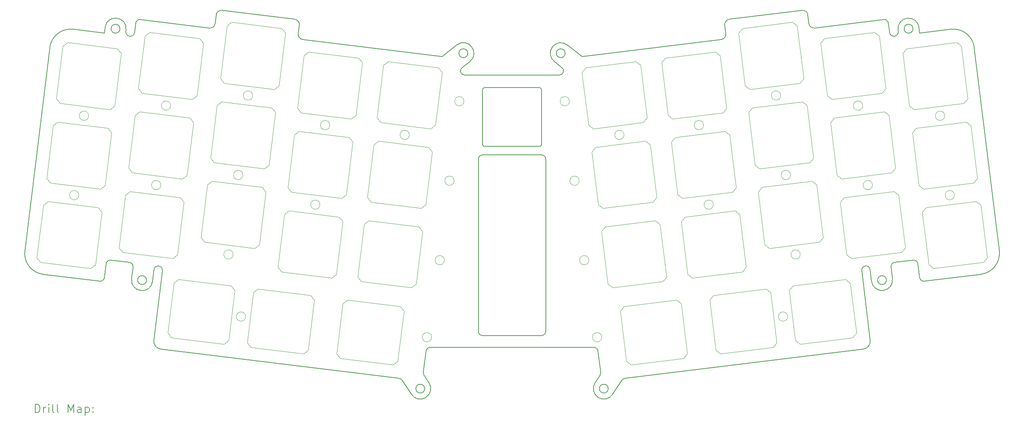
<source format=gbr>
%TF.GenerationSoftware,KiCad,Pcbnew,7.0.10-7.0.10~ubuntu23.04.1*%
%TF.CreationDate,Date%
%TF.ProjectId,plate_3_thumbs,706c6174-655f-4335-9f74-68756d62732e,v0.1*%
%TF.SameCoordinates,PX8bd8a70PY50733a9*%
%TF.FileFunction,Drillmap*%
%TF.FilePolarity,Positive*%
%FSLAX45Y45*%
G04 Gerber Fmt 4.5, Leading zero omitted, Abs format (unit mm)*
G04 Created by KiCad*
%MOMM*%
%LPD*%
G01*
G04 APERTURE LIST*
%ADD10C,0.200000*%
%ADD11C,0.050000*%
G04 APERTURE END LIST*
D10*
X7768292Y-5899563D02*
X9505248Y-6112834D01*
X13000263Y-6996607D02*
X13352501Y-6720889D01*
X24349350Y-12254164D02*
G75*
G03*
X24460788Y-12341232I99260J12194D01*
G01*
X17344395Y-14654494D02*
X23002554Y-13959760D01*
X15313947Y-9135806D02*
X14013947Y-9135806D01*
X5019723Y-11927357D02*
X4979547Y-12254570D01*
X3086355Y-11619111D02*
G75*
G03*
X3521694Y-12176319I496255J-60949D01*
G01*
X13660987Y-7114385D02*
G75*
G03*
X13352501Y-6720889I-154247J196745D01*
G01*
X16636342Y-14759971D02*
G75*
G03*
X17055221Y-15032984I209438J-136509D01*
G01*
X13611743Y-6917636D02*
G75*
G03*
X13401743Y-6917636I-105000J0D01*
G01*
X13401743Y-6917636D02*
G75*
G03*
X13611743Y-6917636I105000J0D01*
G01*
X5131165Y-11840286D02*
G75*
G03*
X5019723Y-11927357I-12195J-99244D01*
G01*
X6155813Y-12066852D02*
X6121562Y-12345799D01*
X12273674Y-15033392D02*
X12056088Y-14699552D01*
X5574672Y-6512416D02*
X5582675Y-6513399D01*
X25807199Y-12175911D02*
G75*
G03*
X26242538Y-11618705I-60919J496261D01*
G01*
X9609729Y-6246564D02*
X9583984Y-6456240D01*
X23002554Y-13959759D02*
G75*
G03*
X23176689Y-13736877I-24374J198509D01*
G01*
X12720579Y-13914990D02*
X16608264Y-13914636D01*
X24349347Y-12254164D02*
X24309170Y-11926951D01*
X5487603Y-6400975D02*
G75*
G03*
X5574672Y-6512416I99257J-12185D01*
G01*
X6152205Y-13737283D02*
X6354315Y-12091221D01*
X5659546Y-12005918D02*
G75*
G03*
X5572472Y-11894475I-99266J12178D01*
G01*
X5625289Y-12284864D02*
X5659540Y-12005917D01*
X21720071Y-6213315D02*
G75*
G03*
X21853807Y-6317795I119129J14655D01*
G01*
X6326340Y-13960166D02*
X11984498Y-14654900D01*
X24335684Y-6303549D02*
G75*
G03*
X23836896Y-6364792I-249394J-30621D01*
G01*
X23207331Y-12345393D02*
X23173081Y-12066446D01*
X7475087Y-6318200D02*
G75*
G03*
X7608817Y-6213720I14613J119120D01*
G01*
X19640428Y-6589563D02*
G75*
G03*
X19744910Y-6455834I-14608J119093D01*
G01*
X23207335Y-12345393D02*
G75*
G03*
X23703604Y-12284458I248135J30463D01*
G01*
X14013947Y-7735806D02*
X15313947Y-7735806D01*
X9583985Y-6456240D02*
G75*
G03*
X9688465Y-6589969I119085J-14640D01*
G01*
X13477932Y-7257363D02*
G75*
G03*
X13539500Y-7436170I61558J-78807D01*
G01*
X9609728Y-6246564D02*
G75*
G03*
X9505248Y-6112834I-119118J14614D01*
G01*
X25648849Y-6783501D02*
X26242538Y-11618705D01*
X15927151Y-6917230D02*
G75*
G03*
X15717151Y-6917230I-105000J0D01*
G01*
X15717151Y-6917230D02*
G75*
G03*
X15927151Y-6917230I105000J0D01*
G01*
X15464069Y-9434813D02*
X15464069Y-13534813D01*
X13539500Y-7436170D02*
X15789529Y-7435847D01*
X24352305Y-6438942D02*
X25091641Y-6348163D01*
X15364069Y-13634813D02*
X13964069Y-13634813D01*
X13660985Y-7114383D02*
X13477930Y-7257360D01*
X5491997Y-6365198D02*
G75*
G03*
X4993213Y-6303955I-249392J30621D01*
G01*
X21853807Y-6317795D02*
X23495992Y-6116160D01*
X5625289Y-12284864D02*
G75*
G03*
X6121562Y-12345799I248137J-30467D01*
G01*
X16170920Y-6872985D02*
X16328630Y-6996201D01*
X4237252Y-6348569D02*
X4976589Y-6439348D01*
X5832901Y-6116571D02*
G75*
G03*
X5721460Y-6203634I-12191J-99249D01*
G01*
X12720579Y-13914988D02*
G75*
G03*
X12621475Y-14001701I11J-100002D01*
G01*
X23756422Y-11894072D02*
G75*
G03*
X23669354Y-12005511I12178J-99248D01*
G01*
X15976392Y-6720482D02*
X16170920Y-6872985D01*
X4237252Y-6348570D02*
G75*
G03*
X3680044Y-6783907I-60922J-496290D01*
G01*
X13864077Y-13534813D02*
G75*
G03*
X13964069Y-13634813I100023J23D01*
G01*
X19744910Y-6455834D02*
X19719165Y-6246158D01*
X23669354Y-12005511D02*
X23703604Y-12284458D01*
X23560468Y-12314926D02*
G75*
G03*
X23350468Y-12314926I-105000J0D01*
G01*
X23350468Y-12314926D02*
G75*
G03*
X23560468Y-12314926I105000J0D01*
G01*
X5832902Y-6116566D02*
X7475087Y-6318201D01*
X15363954Y-7785806D02*
G75*
G03*
X15313947Y-7735806I-50004J-4D01*
G01*
X25807199Y-12175913D02*
X24460788Y-12341232D01*
X23607431Y-6203228D02*
G75*
G03*
X23495992Y-6116160I-99251J-12182D01*
G01*
X17272806Y-14699146D02*
X17055220Y-15032986D01*
X15363947Y-7785806D02*
X15363947Y-9085806D01*
X4868105Y-12341637D02*
G75*
G03*
X4979547Y-12254570I12185J99257D01*
G01*
X5582675Y-6513397D02*
G75*
G03*
X5694116Y-6426331I12185J99257D01*
G01*
X16707385Y-14001340D02*
X16774719Y-14503251D01*
X23634779Y-6425925D02*
G75*
G03*
X23746219Y-6512993I99261J12195D01*
G01*
X13964069Y-9334813D02*
X15364069Y-9334813D01*
X16707385Y-14001340D02*
G75*
G03*
X16608264Y-13914636I-99115J-13300D01*
G01*
X19823646Y-6112429D02*
X21560602Y-5899157D01*
X12588114Y-14896882D02*
G75*
G03*
X12378114Y-14896882I-105000J0D01*
G01*
X12378114Y-14896882D02*
G75*
G03*
X12588114Y-14896882I105000J0D01*
G01*
X24191288Y-6334171D02*
G75*
G03*
X23981288Y-6334171I-105000J0D01*
G01*
X23981288Y-6334171D02*
G75*
G03*
X24191288Y-6334171I105000J0D01*
G01*
X23836896Y-6364792D02*
X23841289Y-6400569D01*
X23607433Y-6203228D02*
X23634777Y-6425925D01*
X13964069Y-9334809D02*
G75*
G03*
X13864069Y-9434813I1J-100001D01*
G01*
X25648854Y-6783501D02*
G75*
G03*
X25091641Y-6348163I-496284J-60949D01*
G01*
X12273673Y-15033389D02*
G75*
G03*
X12692555Y-14760375I209444J136503D01*
G01*
X9688465Y-6589970D02*
X13000263Y-6996607D01*
X16328630Y-6996201D02*
X19640428Y-6589564D01*
X15313947Y-9135807D02*
G75*
G03*
X15363947Y-9085806I3J49997D01*
G01*
X24309168Y-11926952D02*
G75*
G03*
X24197729Y-11839884I-99248J-12178D01*
G01*
X15464067Y-9434813D02*
G75*
G03*
X15364069Y-9334813I-99997J3D01*
G01*
X16636338Y-14759969D02*
X16759388Y-14571135D01*
X15976392Y-6720483D02*
G75*
G03*
X15667909Y-7113977I-154242J-196747D01*
G01*
X13963947Y-9085806D02*
X13963947Y-7785806D01*
X15789529Y-7435849D02*
G75*
G03*
X15851070Y-7257038I-9J99999D01*
G01*
X16950780Y-14896476D02*
G75*
G03*
X16740779Y-14896476I-105000J0D01*
G01*
X16740779Y-14896476D02*
G75*
G03*
X16950780Y-14896476I105000J0D01*
G01*
X4868105Y-12341638D02*
X3521694Y-12176319D01*
X23756422Y-11894069D02*
X24197729Y-11839884D01*
X5131165Y-11840290D02*
X5572472Y-11894475D01*
X12554177Y-14503658D02*
G75*
G03*
X12569505Y-14571541I99113J-13292D01*
G01*
X12569505Y-14571541D02*
X12692555Y-14760375D01*
X5487605Y-6400975D02*
X5491997Y-6365198D01*
X17344396Y-14654496D02*
G75*
G03*
X17272806Y-14699146I12184J-99254D01*
G01*
X21694332Y-6003638D02*
X21720076Y-6213314D01*
X23173082Y-12066442D02*
G75*
G03*
X22974578Y-12090815I-99252J-12188D01*
G01*
X24352260Y-6438580D02*
X24335681Y-6303549D01*
X16759388Y-14571135D02*
G75*
G03*
X16774719Y-14503251I-83778J54595D01*
G01*
X6152205Y-13737283D02*
G75*
G03*
X6326340Y-13960166I198505J-24377D01*
G01*
X13864069Y-13534813D02*
X13864069Y-9434813D01*
X19823646Y-6112427D02*
G75*
G03*
X19719165Y-6246158I14634J-119113D01*
G01*
X23746219Y-6512993D02*
X23754221Y-6512010D01*
X7608817Y-6213720D02*
X7634562Y-6004044D01*
X5978426Y-12315332D02*
G75*
G03*
X5768426Y-12315332I-105000J0D01*
G01*
X5768426Y-12315332D02*
G75*
G03*
X5978426Y-12315332I105000J0D01*
G01*
X12554174Y-14503657D02*
X12621475Y-14001701D01*
X5694116Y-6426331D02*
X5721460Y-6203634D01*
X12056089Y-14699551D02*
G75*
G03*
X11984498Y-14654900I-83779J-54609D01*
G01*
X15851070Y-7257038D02*
X15667909Y-7113977D01*
X13963954Y-9085806D02*
G75*
G03*
X14013947Y-9135806I49996J-4D01*
G01*
X5347605Y-6334577D02*
G75*
G03*
X5137605Y-6334577I-105000J0D01*
G01*
X5137605Y-6334577D02*
G75*
G03*
X5347605Y-6334577I105000J0D01*
G01*
X15364069Y-13634819D02*
G75*
G03*
X15464069Y-13534813I-9J100009D01*
G01*
X14013947Y-7735807D02*
G75*
G03*
X13963947Y-7785806I3J-50003D01*
G01*
X3086356Y-11619111D02*
X3680044Y-6783907D01*
X4993213Y-6303955D02*
X4976633Y-6438986D01*
X21694340Y-6003637D02*
G75*
G03*
X21560602Y-5899157I-119120J-14643D01*
G01*
X23754221Y-6512008D02*
G75*
G03*
X23841289Y-6400569I-12191J99258D01*
G01*
X22974578Y-12090815D02*
X23176689Y-13736877D01*
X6354308Y-12091220D02*
G75*
G03*
X6155813Y-12066848I-99248J12180D01*
G01*
X7768292Y-5899557D02*
G75*
G03*
X7634562Y-6004044I-14603J-119133D01*
G01*
D11*
X19960333Y-10667365D02*
X18769278Y-10813608D01*
X19960333Y-10667365D02*
X20071774Y-10754433D01*
X18682210Y-10925050D02*
X18769278Y-10813608D01*
X18682210Y-10925050D02*
X18835765Y-12175658D01*
X20225330Y-12005041D02*
X20071774Y-10754433D01*
X18835765Y-12175658D02*
X18947207Y-12262726D01*
X20138262Y-12116482D02*
X20225330Y-12005041D01*
X18947207Y-12262726D02*
X20138262Y-12116482D01*
X16796080Y-13675067D02*
G75*
G03*
X16576080Y-13675067I-110000J0D01*
G01*
X16576080Y-13675067D02*
G75*
G03*
X16796080Y-13675067I110000J0D01*
G01*
X21793093Y-9962504D02*
X20602038Y-10108747D01*
X21793093Y-9962504D02*
X21904535Y-10049572D01*
X20514970Y-10220189D02*
X20602038Y-10108747D01*
X20514970Y-10220189D02*
X20668525Y-11470797D01*
X22058090Y-11300180D02*
X21904535Y-10049572D01*
X20668525Y-11470797D02*
X20779967Y-11557864D01*
X21971022Y-11411621D02*
X22058090Y-11300180D01*
X20779967Y-11557864D02*
X21971022Y-11411621D01*
X11544755Y-8567043D02*
X12735810Y-8713286D01*
X11544755Y-8567043D02*
X11457687Y-8455601D01*
X12847252Y-8626218D02*
X12735810Y-8713286D01*
X12847252Y-8626218D02*
X13000807Y-7375610D01*
X11611243Y-7204993D02*
X11457687Y-8455601D01*
X13000807Y-7375610D02*
X12913739Y-7264169D01*
X11722684Y-7117925D02*
X11611243Y-7204993D01*
X12913739Y-7264169D02*
X11722684Y-7117925D01*
X11312594Y-10457843D02*
X12503649Y-10604086D01*
X11312594Y-10457843D02*
X11225526Y-10346402D01*
X12615091Y-10517019D02*
X12503649Y-10604086D01*
X12615091Y-10517019D02*
X12768646Y-9266411D01*
X11379081Y-9095794D02*
X11225526Y-10346402D01*
X12768646Y-9266411D02*
X12681578Y-9154969D01*
X11490523Y-9008726D02*
X11379081Y-9095794D01*
X12681578Y-9154969D02*
X11490523Y-9008726D01*
X8517826Y-12613313D02*
X8371583Y-13804369D01*
X8517826Y-12613313D02*
X8629268Y-12526246D01*
X8458651Y-13915810D02*
X8371583Y-13804369D01*
X8458651Y-13915810D02*
X9709259Y-14069366D01*
X9879876Y-12679801D02*
X8629268Y-12526246D01*
X9709259Y-14069366D02*
X9820701Y-13982298D01*
X9966944Y-12791242D02*
X9879876Y-12679801D01*
X9820701Y-13982298D02*
X9966944Y-12791242D01*
X23741934Y-10203043D02*
X22550878Y-10349286D01*
X23741934Y-10203043D02*
X23853375Y-10290111D01*
X22463811Y-10460728D02*
X22550878Y-10349286D01*
X22463811Y-10460728D02*
X22617366Y-11711336D01*
X24006931Y-11540719D02*
X23853375Y-10290111D01*
X22617366Y-11711336D02*
X22728808Y-11798403D01*
X23919863Y-11652160D02*
X24006931Y-11540719D01*
X22728808Y-11798403D02*
X23919863Y-11652160D01*
X16026897Y-8060706D02*
G75*
G03*
X15806897Y-8060706I-110000J0D01*
G01*
X15806897Y-8060706D02*
G75*
G03*
X16026897Y-8060706I110000J0D01*
G01*
X23509773Y-8312242D02*
X22318717Y-8458486D01*
X23509773Y-8312242D02*
X23621214Y-8399310D01*
X22231650Y-8569927D02*
X22318717Y-8458486D01*
X22231650Y-8569927D02*
X22385205Y-9820535D01*
X23774770Y-9649918D02*
X23621214Y-8399310D01*
X22385205Y-9820535D02*
X22496646Y-9907603D01*
X23687702Y-9761360D02*
X23774770Y-9649918D01*
X22496646Y-9907603D02*
X23687702Y-9761360D01*
X12751814Y-13675067D02*
G75*
G03*
X12531814Y-13675067I-110000J0D01*
G01*
X12531814Y-13675067D02*
G75*
G03*
X12751814Y-13675067I110000J0D01*
G01*
X6627026Y-12381152D02*
X6480783Y-13572208D01*
X6627026Y-12381152D02*
X6738467Y-12294085D01*
X6567850Y-13683649D02*
X6480783Y-13572208D01*
X6567850Y-13683649D02*
X7818458Y-13837205D01*
X7989075Y-12447640D02*
X6738467Y-12294085D01*
X7818458Y-13837205D02*
X7929900Y-13750137D01*
X8076143Y-12559082D02*
X7989075Y-12447640D01*
X7929900Y-13750137D02*
X8076143Y-12559082D01*
X8267445Y-9814784D02*
G75*
G03*
X8047445Y-9814784I-110000J0D01*
G01*
X8047445Y-9814784D02*
G75*
G03*
X8267445Y-9814784I110000J0D01*
G01*
X23228673Y-10055405D02*
G75*
G03*
X23008673Y-10055405I-110000J0D01*
G01*
X23008673Y-10055405D02*
G75*
G03*
X23228673Y-10055405I110000J0D01*
G01*
X13056675Y-11842307D02*
G75*
G03*
X12836675Y-11842307I-110000J0D01*
G01*
X12836675Y-11842307D02*
G75*
G03*
X13056675Y-11842307I110000J0D01*
G01*
X5408032Y-11652160D02*
X6599087Y-11798403D01*
X5408032Y-11652160D02*
X5320964Y-11540719D01*
X6710528Y-11711336D02*
X6599087Y-11798403D01*
X6710528Y-11711336D02*
X6864084Y-10460728D01*
X5474519Y-10290111D02*
X5320964Y-11540719D01*
X6864084Y-10460728D02*
X6777016Y-10349286D01*
X5585961Y-10203043D02*
X5474519Y-10290111D01*
X6777016Y-10349286D02*
X5585961Y-10203043D01*
X18069533Y-10899526D02*
X16878477Y-11045769D01*
X18069533Y-10899526D02*
X18180974Y-10986594D01*
X16791409Y-11157211D02*
X16878477Y-11045769D01*
X16791409Y-11157211D02*
X16944965Y-12407819D01*
X18334529Y-12237202D02*
X18180974Y-10986594D01*
X16944965Y-12407819D02*
X17056406Y-12494887D01*
X18247462Y-12348644D02*
X18334529Y-12237202D01*
X17056406Y-12494887D02*
X18247462Y-12348644D01*
X9653955Y-8334882D02*
X10845010Y-8481125D01*
X9653955Y-8334882D02*
X9566887Y-8223440D01*
X10956451Y-8394057D02*
X10845010Y-8481125D01*
X10956451Y-8394057D02*
X11110007Y-7143449D01*
X9720442Y-6972832D02*
X9566887Y-8223440D01*
X11110007Y-7143449D02*
X11022939Y-7032007D01*
X9831884Y-6885764D02*
X9720442Y-6972832D01*
X11022939Y-7032007D02*
X9831884Y-6885764D01*
X4370380Y-10295944D02*
G75*
G03*
X4150380Y-10295944I-110000J0D01*
G01*
X4150380Y-10295944D02*
G75*
G03*
X4370380Y-10295944I110000J0D01*
G01*
X24945352Y-8405144D02*
G75*
G03*
X24725352Y-8405144I-110000J0D01*
G01*
X24725352Y-8405144D02*
G75*
G03*
X24945352Y-8405144I110000J0D01*
G01*
X11080433Y-12348644D02*
X12271488Y-12494887D01*
X11080433Y-12348644D02*
X10993365Y-12237202D01*
X12382930Y-12407819D02*
X12271488Y-12494887D01*
X12382930Y-12407819D02*
X12536485Y-11157211D01*
X11146920Y-10986594D02*
X10993365Y-12237202D01*
X12536485Y-11157211D02*
X12449417Y-11045769D01*
X11258362Y-10899526D02*
X11146920Y-10986594D01*
X12449417Y-11045769D02*
X11258362Y-10899526D01*
X21047672Y-7924065D02*
G75*
G03*
X20827672Y-7924065I-110000J0D01*
G01*
X20827672Y-7924065D02*
G75*
G03*
X21047672Y-7924065I110000J0D01*
G01*
X10644977Y-12874494D02*
X10498734Y-14065550D01*
X10644977Y-12874494D02*
X10756418Y-12787427D01*
X10585801Y-14176991D02*
X10498734Y-14065550D01*
X10585801Y-14176991D02*
X11836409Y-14330547D01*
X12007026Y-12940982D02*
X10756418Y-12787427D01*
X11836409Y-14330547D02*
X11947851Y-14243479D01*
X12094094Y-13052424D02*
X12007026Y-12940982D01*
X11947851Y-14243479D02*
X12094094Y-13052424D01*
X3691352Y-10001899D02*
X4882407Y-10148142D01*
X3691352Y-10001899D02*
X3604284Y-9890457D01*
X4993849Y-10061074D02*
X4882407Y-10148142D01*
X4993849Y-10061074D02*
X5147404Y-8810466D01*
X3757840Y-8639849D02*
X3604284Y-9890457D01*
X5147404Y-8810466D02*
X5060337Y-8699025D01*
X3869281Y-8552782D02*
X3757840Y-8639849D01*
X5060337Y-8699025D02*
X3869281Y-8552782D01*
X16491219Y-11842307D02*
G75*
G03*
X16271219Y-11842307I-110000J0D01*
G01*
X16271219Y-11842307D02*
G75*
G03*
X16491219Y-11842307I110000J0D01*
G01*
X23277612Y-6421442D02*
X22086556Y-6567685D01*
X23277612Y-6421442D02*
X23389053Y-6508510D01*
X21999489Y-6679127D02*
X22086556Y-6567685D01*
X21999489Y-6679127D02*
X22153044Y-7929735D01*
X23542608Y-7759118D02*
X23389053Y-6508510D01*
X22153044Y-7929735D02*
X22264485Y-8016803D01*
X23455541Y-7870559D02*
X23542608Y-7759118D01*
X22264485Y-8016803D02*
X23455541Y-7870559D01*
X21251751Y-12559081D02*
X21397994Y-13750137D01*
X21251751Y-12559081D02*
X21338819Y-12447640D01*
X21509436Y-13837204D02*
X21397994Y-13750137D01*
X21509436Y-13837204D02*
X22760044Y-13683649D01*
X22589427Y-12294084D02*
X21338819Y-12447640D01*
X22760044Y-13683649D02*
X22847112Y-13572207D01*
X22700869Y-12381152D02*
X22589427Y-12294084D01*
X22847112Y-13572207D02*
X22700869Y-12381152D01*
X25226452Y-6661981D02*
X24035397Y-6808224D01*
X25226452Y-6661981D02*
X25337894Y-6749049D01*
X23948329Y-6919666D02*
X24035397Y-6808224D01*
X23948329Y-6919666D02*
X24101885Y-8170274D01*
X25491449Y-7999657D02*
X25337894Y-6749049D01*
X24101885Y-8170274D02*
X24213326Y-8257342D01*
X25404381Y-8111098D02*
X25491449Y-7999657D01*
X24213326Y-8257342D02*
X25404381Y-8111098D01*
X5640193Y-9761360D02*
X6831248Y-9907603D01*
X5640193Y-9761360D02*
X5553125Y-9649918D01*
X6942689Y-9820535D02*
X6831248Y-9907603D01*
X6942689Y-9820535D02*
X7096245Y-8569927D01*
X5706680Y-8399310D02*
X5553125Y-9649918D01*
X7096245Y-8569927D02*
X7009177Y-8458486D01*
X5818122Y-8312242D02*
X5706680Y-8399310D01*
X7009177Y-8458486D02*
X5818122Y-8312242D01*
X3923513Y-8111098D02*
X5114568Y-8257342D01*
X3923513Y-8111098D02*
X3836445Y-7999657D01*
X5226010Y-8170274D02*
X5114568Y-8257342D01*
X5226010Y-8170274D02*
X5379565Y-6919666D01*
X3990001Y-6749049D02*
X3836445Y-7999657D01*
X5379565Y-6919666D02*
X5292498Y-6808224D01*
X4101442Y-6661981D02*
X3990001Y-6749049D01*
X5292498Y-6808224D02*
X4101442Y-6661981D01*
X19360951Y-12791242D02*
X19507194Y-13982298D01*
X19360951Y-12791242D02*
X19448019Y-12679801D01*
X19618636Y-14069366D02*
X19507194Y-13982298D01*
X19618636Y-14069366D02*
X20869244Y-13915810D01*
X20698627Y-12526246D02*
X19448019Y-12679801D01*
X20869244Y-13915810D02*
X20956311Y-13804369D01*
X20810068Y-12613313D02*
X20698627Y-12526246D01*
X20956311Y-13804369D02*
X20810068Y-12613313D01*
X19214911Y-8628927D02*
G75*
G03*
X18994911Y-8628927I-110000J0D01*
G01*
X18994911Y-8628927D02*
G75*
G03*
X19214911Y-8628927I110000J0D01*
G01*
X6551382Y-8164604D02*
G75*
G03*
X6331382Y-8164604I-110000J0D01*
G01*
X6331382Y-8164604D02*
G75*
G03*
X6551382Y-8164604I110000J0D01*
G01*
X17233800Y-13052424D02*
X17380044Y-14243479D01*
X17233800Y-13052424D02*
X17320868Y-12940982D01*
X17491485Y-14330547D02*
X17380044Y-14243479D01*
X17491485Y-14330547D02*
X18742093Y-14176991D01*
X18571476Y-12787427D02*
X17320868Y-12940982D01*
X18742093Y-14176991D02*
X18829161Y-14065550D01*
X18682918Y-12874494D02*
X18571476Y-12787427D01*
X18829161Y-14065550D02*
X18682918Y-12874494D01*
X5872354Y-7870559D02*
X7063409Y-8016803D01*
X5872354Y-7870559D02*
X5785286Y-7759118D01*
X7174851Y-7929735D02*
X7063409Y-8016803D01*
X7174851Y-7929735D02*
X7328406Y-6679127D01*
X5938841Y-6508510D02*
X5785286Y-7759118D01*
X7328406Y-6679127D02*
X7241338Y-6567685D01*
X6050283Y-6421442D02*
X5938841Y-6508510D01*
X7241338Y-6567685D02*
X6050283Y-6421442D01*
X7589033Y-9520821D02*
X8780089Y-9667064D01*
X7589033Y-9520821D02*
X7501966Y-9409379D01*
X8891530Y-9579996D02*
X8780089Y-9667064D01*
X8891530Y-9579996D02*
X9045086Y-8329388D01*
X7655521Y-8158771D02*
X7501966Y-9409379D01*
X9045086Y-8329388D02*
X8958018Y-8217947D01*
X7766962Y-8071703D02*
X7655521Y-8158771D01*
X8958018Y-8217947D02*
X7766962Y-8071703D01*
X10100205Y-10519646D02*
G75*
G03*
X9880205Y-10519646I-110000J0D01*
G01*
X9880205Y-10519646D02*
G75*
G03*
X10100205Y-10519646I110000J0D01*
G01*
X25177514Y-10295944D02*
G75*
G03*
X24957514Y-10295944I-110000J0D01*
G01*
X24957514Y-10295944D02*
G75*
G03*
X25177514Y-10295944I110000J0D01*
G01*
X25690911Y-10443261D02*
X24499856Y-10589504D01*
X25690911Y-10443261D02*
X25802353Y-10530328D01*
X24412788Y-10700945D02*
X24499856Y-10589504D01*
X24412788Y-10700945D02*
X24566344Y-11951553D01*
X25955908Y-11780936D02*
X25802353Y-10530328D01*
X24566344Y-11951553D02*
X24677785Y-12038621D01*
X25868840Y-11892378D02*
X25955908Y-11780936D01*
X24677785Y-12038621D02*
X25868840Y-11892378D01*
X16259058Y-9951507D02*
G75*
G03*
X16039058Y-9951507I-110000J0D01*
G01*
X16039058Y-9951507D02*
G75*
G03*
X16259058Y-9951507I110000J0D01*
G01*
X8500223Y-7924065D02*
G75*
G03*
X8280223Y-7924065I-110000J0D01*
G01*
X8280223Y-7924065D02*
G75*
G03*
X8500223Y-7924065I110000J0D01*
G01*
X13520998Y-8060706D02*
G75*
G03*
X13300998Y-8060706I-110000J0D01*
G01*
X13300998Y-8060706D02*
G75*
G03*
X13520998Y-8060706I110000J0D01*
G01*
X8035284Y-11705585D02*
G75*
G03*
X7815284Y-11705585I-110000J0D01*
G01*
X7815284Y-11705585D02*
G75*
G03*
X8035284Y-11705585I110000J0D01*
G01*
X8333863Y-13181725D02*
G75*
G03*
X8113863Y-13181725I-110000J0D01*
G01*
X8113863Y-13181725D02*
G75*
G03*
X8333863Y-13181725I110000J0D01*
G01*
X17324727Y-8861006D02*
G75*
G03*
X17104727Y-8861006I-110000J0D01*
G01*
X17104727Y-8861006D02*
G75*
G03*
X17324727Y-8861006I110000J0D01*
G01*
X10332983Y-8628927D02*
G75*
G03*
X10112983Y-8628927I-110000J0D01*
G01*
X10112983Y-8628927D02*
G75*
G03*
X10332983Y-8628927I110000J0D01*
G01*
X3459808Y-11892781D02*
X4650863Y-12039024D01*
X3459808Y-11892781D02*
X3372740Y-11781340D01*
X4762305Y-11951957D02*
X4650863Y-12039024D01*
X4762305Y-11951957D02*
X4915860Y-10701349D01*
X3526295Y-10530732D02*
X3372740Y-11781340D01*
X4915860Y-10701349D02*
X4828792Y-10589907D01*
X3637737Y-10443664D02*
X3526295Y-10530732D01*
X4828792Y-10589907D02*
X3637737Y-10443664D01*
X21512610Y-11705584D02*
G75*
G03*
X21292610Y-11705584I-110000J0D01*
G01*
X21292610Y-11705584D02*
G75*
G03*
X21512610Y-11705584I110000J0D01*
G01*
X22996512Y-8164604D02*
G75*
G03*
X22776512Y-8164604I-110000J0D01*
G01*
X22776512Y-8164604D02*
G75*
G03*
X22996512Y-8164604I110000J0D01*
G01*
X9189632Y-12116482D02*
X10380688Y-12262726D01*
X9189632Y-12116482D02*
X9102565Y-12005041D01*
X10492129Y-12175658D02*
X10380688Y-12262726D01*
X10492129Y-12175658D02*
X10645685Y-10925050D01*
X9256120Y-10754433D02*
X9102565Y-12005041D01*
X10645685Y-10925050D02*
X10558617Y-10813608D01*
X9367562Y-10667365D02*
X9256120Y-10754433D01*
X10558617Y-10813608D02*
X9367562Y-10667365D01*
X21214031Y-13181725D02*
G75*
G03*
X20994031Y-13181725I-110000J0D01*
G01*
X20994031Y-13181725D02*
G75*
G03*
X21214031Y-13181725I110000J0D01*
G01*
X13288837Y-9951507D02*
G75*
G03*
X13068837Y-9951507I-110000J0D01*
G01*
X13068837Y-9951507D02*
G75*
G03*
X13288837Y-9951507I110000J0D01*
G01*
X7356872Y-11411621D02*
X8547928Y-11557864D01*
X7356872Y-11411621D02*
X7269804Y-11300180D01*
X8659369Y-11470797D02*
X8547928Y-11557864D01*
X8659369Y-11470797D02*
X8812925Y-10220189D01*
X7423360Y-10049572D02*
X7269804Y-11300180D01*
X8812925Y-10220189D02*
X8725857Y-10108747D01*
X7534801Y-9962504D02*
X7423360Y-10049572D01*
X8725857Y-10108747D02*
X7534801Y-9962504D01*
X25458613Y-8552782D02*
X24267558Y-8699025D01*
X25458613Y-8552782D02*
X25570055Y-8639849D01*
X24180490Y-8810466D02*
X24267558Y-8699025D01*
X24180490Y-8810466D02*
X24334046Y-10061074D01*
X25723610Y-9890457D02*
X25570055Y-8639849D01*
X24334046Y-10061074D02*
X24445487Y-10148142D01*
X25636543Y-10001899D02*
X25723610Y-9890457D01*
X24445487Y-10148142D02*
X25636543Y-10001899D01*
X17605210Y-7117925D02*
X16414155Y-7264169D01*
X17605210Y-7117925D02*
X17716652Y-7204993D01*
X16327087Y-7375610D02*
X16414155Y-7264169D01*
X16327087Y-7375610D02*
X16480643Y-8626218D01*
X17870207Y-8455601D02*
X17716652Y-7204993D01*
X16480643Y-8626218D02*
X16592084Y-8713286D01*
X17783140Y-8567043D02*
X17870207Y-8455601D01*
X16592084Y-8713286D02*
X17783140Y-8567043D01*
X19728172Y-8776565D02*
X18537116Y-8922808D01*
X19728172Y-8776565D02*
X19839613Y-8863632D01*
X18450049Y-9034250D02*
X18537116Y-8922808D01*
X18450049Y-9034250D02*
X18603604Y-10284858D01*
X19993169Y-10114241D02*
X19839613Y-8863632D01*
X18603604Y-10284858D02*
X18715046Y-10371925D01*
X19906101Y-10225682D02*
X19993169Y-10114241D01*
X18715046Y-10371925D02*
X19906101Y-10225682D01*
X17837371Y-9008726D02*
X16646316Y-9154969D01*
X17837371Y-9008726D02*
X17948813Y-9095794D01*
X16559248Y-9266411D02*
X16646316Y-9154969D01*
X16559248Y-9266411D02*
X16712804Y-10517019D01*
X18102368Y-10346402D02*
X17948813Y-9095794D01*
X16712804Y-10517019D02*
X16824245Y-10604086D01*
X18015301Y-10457843D02*
X18102368Y-10346402D01*
X16824245Y-10604086D02*
X18015301Y-10457843D01*
X19447689Y-10519645D02*
G75*
G03*
X19227689Y-10519645I-110000J0D01*
G01*
X19227689Y-10519645D02*
G75*
G03*
X19447689Y-10519645I110000J0D01*
G01*
X4602542Y-8405144D02*
G75*
G03*
X4382542Y-8405144I-110000J0D01*
G01*
X4382542Y-8405144D02*
G75*
G03*
X4602542Y-8405144I110000J0D01*
G01*
X21328771Y-6180903D02*
X20137716Y-6327146D01*
X21328771Y-6180903D02*
X21440212Y-6267971D01*
X20050648Y-6438588D02*
X20137716Y-6327146D01*
X20050648Y-6438588D02*
X20204203Y-7689196D01*
X21593768Y-7518579D02*
X21440212Y-6267971D01*
X20204203Y-7689196D02*
X20315645Y-7776264D01*
X21506700Y-7630020D02*
X21593768Y-7518579D01*
X20315645Y-7776264D02*
X21506700Y-7630020D01*
X21280449Y-9814784D02*
G75*
G03*
X21060449Y-9814784I-110000J0D01*
G01*
X21060449Y-9814784D02*
G75*
G03*
X21280449Y-9814784I110000J0D01*
G01*
X19496011Y-6885764D02*
X18304955Y-7032007D01*
X19496011Y-6885764D02*
X19607452Y-6972832D01*
X18217888Y-7143449D02*
X18304955Y-7032007D01*
X18217888Y-7143449D02*
X18371443Y-8394057D01*
X19761008Y-8223440D02*
X19607452Y-6972832D01*
X18371443Y-8394057D02*
X18482885Y-8481125D01*
X19673940Y-8334882D02*
X19761008Y-8223440D01*
X18482885Y-8481125D02*
X19673940Y-8334882D01*
X12223167Y-8861006D02*
G75*
G03*
X12003167Y-8861006I-110000J0D01*
G01*
X12003167Y-8861006D02*
G75*
G03*
X12223167Y-8861006I110000J0D01*
G01*
X6319221Y-10055405D02*
G75*
G03*
X6099221Y-10055405I-110000J0D01*
G01*
X6099221Y-10055405D02*
G75*
G03*
X6319221Y-10055405I110000J0D01*
G01*
X7821194Y-7630020D02*
X9012250Y-7776264D01*
X7821194Y-7630020D02*
X7734127Y-7518579D01*
X9123691Y-7689196D02*
X9012250Y-7776264D01*
X9123691Y-7689196D02*
X9277247Y-6438588D01*
X7887682Y-6267971D02*
X7734127Y-7518579D01*
X9277247Y-6438588D02*
X9190179Y-6327146D01*
X7999124Y-6180903D02*
X7887682Y-6267971D01*
X9190179Y-6327146D02*
X7999124Y-6180903D01*
X9421793Y-10225682D02*
X10612849Y-10371925D01*
X9421793Y-10225682D02*
X9334726Y-10114241D01*
X10724290Y-10284858D02*
X10612849Y-10371925D01*
X10724290Y-10284858D02*
X10877846Y-9034250D01*
X9488281Y-8863632D02*
X9334726Y-10114241D01*
X10877846Y-9034250D02*
X10790778Y-8922808D01*
X9599723Y-8776565D02*
X9488281Y-8863632D01*
X10790778Y-8922808D02*
X9599723Y-8776565D01*
X21560932Y-8071703D02*
X20369877Y-8217947D01*
X21560932Y-8071703D02*
X21672374Y-8158771D01*
X20282809Y-8329388D02*
X20369877Y-8217947D01*
X20282809Y-8329388D02*
X20436364Y-9579996D01*
X21825929Y-9409379D02*
X21672374Y-8158771D01*
X20436364Y-9579996D02*
X20547806Y-9667064D01*
X21738861Y-9520821D02*
X21825929Y-9409379D01*
X20547806Y-9667064D02*
X21738861Y-9520821D01*
D10*
X3333403Y-15468369D02*
X3333403Y-15268369D01*
X3333403Y-15268369D02*
X3381022Y-15268369D01*
X3381022Y-15268369D02*
X3409593Y-15277893D01*
X3409593Y-15277893D02*
X3428641Y-15296941D01*
X3428641Y-15296941D02*
X3438165Y-15315988D01*
X3438165Y-15315988D02*
X3447689Y-15354084D01*
X3447689Y-15354084D02*
X3447689Y-15382655D01*
X3447689Y-15382655D02*
X3438165Y-15420750D01*
X3438165Y-15420750D02*
X3428641Y-15439798D01*
X3428641Y-15439798D02*
X3409593Y-15458846D01*
X3409593Y-15458846D02*
X3381022Y-15468369D01*
X3381022Y-15468369D02*
X3333403Y-15468369D01*
X3533403Y-15468369D02*
X3533403Y-15335036D01*
X3533403Y-15373131D02*
X3542927Y-15354084D01*
X3542927Y-15354084D02*
X3552450Y-15344560D01*
X3552450Y-15344560D02*
X3571498Y-15335036D01*
X3571498Y-15335036D02*
X3590546Y-15335036D01*
X3657212Y-15468369D02*
X3657212Y-15335036D01*
X3657212Y-15268369D02*
X3647689Y-15277893D01*
X3647689Y-15277893D02*
X3657212Y-15287417D01*
X3657212Y-15287417D02*
X3666736Y-15277893D01*
X3666736Y-15277893D02*
X3657212Y-15268369D01*
X3657212Y-15268369D02*
X3657212Y-15287417D01*
X3781022Y-15468369D02*
X3761974Y-15458846D01*
X3761974Y-15458846D02*
X3752450Y-15439798D01*
X3752450Y-15439798D02*
X3752450Y-15268369D01*
X3885784Y-15468369D02*
X3866736Y-15458846D01*
X3866736Y-15458846D02*
X3857212Y-15439798D01*
X3857212Y-15439798D02*
X3857212Y-15268369D01*
X4114355Y-15468369D02*
X4114355Y-15268369D01*
X4114355Y-15268369D02*
X4181022Y-15411227D01*
X4181022Y-15411227D02*
X4247689Y-15268369D01*
X4247689Y-15268369D02*
X4247689Y-15468369D01*
X4428641Y-15468369D02*
X4428641Y-15363608D01*
X4428641Y-15363608D02*
X4419117Y-15344560D01*
X4419117Y-15344560D02*
X4400070Y-15335036D01*
X4400070Y-15335036D02*
X4361974Y-15335036D01*
X4361974Y-15335036D02*
X4342927Y-15344560D01*
X4428641Y-15458846D02*
X4409593Y-15468369D01*
X4409593Y-15468369D02*
X4361974Y-15468369D01*
X4361974Y-15468369D02*
X4342927Y-15458846D01*
X4342927Y-15458846D02*
X4333403Y-15439798D01*
X4333403Y-15439798D02*
X4333403Y-15420750D01*
X4333403Y-15420750D02*
X4342927Y-15401703D01*
X4342927Y-15401703D02*
X4361974Y-15392179D01*
X4361974Y-15392179D02*
X4409593Y-15392179D01*
X4409593Y-15392179D02*
X4428641Y-15382655D01*
X4523879Y-15335036D02*
X4523879Y-15535036D01*
X4523879Y-15344560D02*
X4542927Y-15335036D01*
X4542927Y-15335036D02*
X4581022Y-15335036D01*
X4581022Y-15335036D02*
X4600070Y-15344560D01*
X4600070Y-15344560D02*
X4609593Y-15354084D01*
X4609593Y-15354084D02*
X4619117Y-15373131D01*
X4619117Y-15373131D02*
X4619117Y-15430274D01*
X4619117Y-15430274D02*
X4609593Y-15449322D01*
X4609593Y-15449322D02*
X4600070Y-15458846D01*
X4600070Y-15458846D02*
X4581022Y-15468369D01*
X4581022Y-15468369D02*
X4542927Y-15468369D01*
X4542927Y-15468369D02*
X4523879Y-15458846D01*
X4704832Y-15449322D02*
X4714355Y-15458846D01*
X4714355Y-15458846D02*
X4704832Y-15468369D01*
X4704832Y-15468369D02*
X4695308Y-15458846D01*
X4695308Y-15458846D02*
X4704832Y-15449322D01*
X4704832Y-15449322D02*
X4704832Y-15468369D01*
X4704832Y-15344560D02*
X4714355Y-15354084D01*
X4714355Y-15354084D02*
X4704832Y-15363608D01*
X4704832Y-15363608D02*
X4695308Y-15354084D01*
X4695308Y-15354084D02*
X4704832Y-15344560D01*
X4704832Y-15344560D02*
X4704832Y-15363608D01*
M02*

</source>
